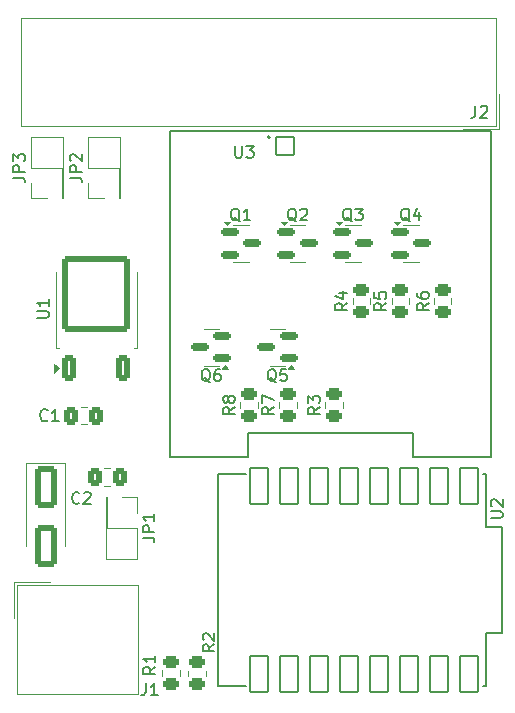
<source format=gto>
G04 #@! TF.GenerationSoftware,KiCad,Pcbnew,9.0.0*
G04 #@! TF.CreationDate,2025-03-14T10:33:54+00:00*
G04 #@! TF.ProjectId,paxtogeddon-pcb,70617874-6f67-4656-9464-6f6e2d706362,rev?*
G04 #@! TF.SameCoordinates,Original*
G04 #@! TF.FileFunction,Legend,Top*
G04 #@! TF.FilePolarity,Positive*
%FSLAX46Y46*%
G04 Gerber Fmt 4.6, Leading zero omitted, Abs format (unit mm)*
G04 Created by KiCad (PCBNEW 9.0.0) date 2025-03-14 10:33:54*
%MOMM*%
%LPD*%
G01*
G04 APERTURE LIST*
G04 Aperture macros list*
%AMRoundRect*
0 Rectangle with rounded corners*
0 $1 Rounding radius*
0 $2 $3 $4 $5 $6 $7 $8 $9 X,Y pos of 4 corners*
0 Add a 4 corners polygon primitive as box body*
4,1,4,$2,$3,$4,$5,$6,$7,$8,$9,$2,$3,0*
0 Add four circle primitives for the rounded corners*
1,1,$1+$1,$2,$3*
1,1,$1+$1,$4,$5*
1,1,$1+$1,$6,$7*
1,1,$1+$1,$8,$9*
0 Add four rect primitives between the rounded corners*
20,1,$1+$1,$2,$3,$4,$5,0*
20,1,$1+$1,$4,$5,$6,$7,0*
20,1,$1+$1,$6,$7,$8,$9,0*
20,1,$1+$1,$8,$9,$2,$3,0*%
G04 Aperture macros list end*
%ADD10C,0.150000*%
%ADD11C,0.120000*%
%ADD12C,0.127000*%
%ADD13C,0.200000*%
%ADD14R,3.000000X3.000000*%
%ADD15C,3.000000*%
%ADD16RoundRect,0.250000X0.350000X-0.850000X0.350000X0.850000X-0.350000X0.850000X-0.350000X-0.850000X0*%
%ADD17RoundRect,0.249997X2.650003X-2.950003X2.650003X2.950003X-2.650003X2.950003X-2.650003X-2.950003X0*%
%ADD18RoundRect,0.102000X-0.754000X-0.754000X0.754000X-0.754000X0.754000X0.754000X-0.754000X0.754000X0*%
%ADD19C,1.712000*%
%ADD20C,3.204000*%
%ADD21RoundRect,0.250000X-0.650000X1.500000X-0.650000X-1.500000X0.650000X-1.500000X0.650000X1.500000X0*%
%ADD22O,1.700000X1.700000*%
%ADD23R,1.700000X1.700000*%
%ADD24RoundRect,0.250000X0.450000X-0.262500X0.450000X0.262500X-0.450000X0.262500X-0.450000X-0.262500X0*%
%ADD25RoundRect,0.250000X-0.450000X0.262500X-0.450000X-0.262500X0.450000X-0.262500X0.450000X0.262500X0*%
%ADD26RoundRect,0.150000X0.587500X0.150000X-0.587500X0.150000X-0.587500X-0.150000X0.587500X-0.150000X0*%
%ADD27RoundRect,0.150000X-0.587500X-0.150000X0.587500X-0.150000X0.587500X0.150000X-0.587500X0.150000X0*%
%ADD28RoundRect,0.250000X-0.337500X-0.475000X0.337500X-0.475000X0.337500X0.475000X-0.337500X0.475000X0*%
%ADD29RoundRect,0.250000X0.337500X0.475000X-0.337500X0.475000X-0.337500X-0.475000X0.337500X-0.475000X0*%
%ADD30RoundRect,0.102000X-0.762000X1.512500X-0.762000X-1.512500X0.762000X-1.512500X0.762000X1.512500X0*%
G04 APERTURE END LIST*
D10*
X71766666Y-29854819D02*
X71766666Y-30569104D01*
X71766666Y-30569104D02*
X71719047Y-30711961D01*
X71719047Y-30711961D02*
X71623809Y-30807200D01*
X71623809Y-30807200D02*
X71480952Y-30854819D01*
X71480952Y-30854819D02*
X71385714Y-30854819D01*
X72195238Y-29950057D02*
X72242857Y-29902438D01*
X72242857Y-29902438D02*
X72338095Y-29854819D01*
X72338095Y-29854819D02*
X72576190Y-29854819D01*
X72576190Y-29854819D02*
X72671428Y-29902438D01*
X72671428Y-29902438D02*
X72719047Y-29950057D01*
X72719047Y-29950057D02*
X72766666Y-30045295D01*
X72766666Y-30045295D02*
X72766666Y-30140533D01*
X72766666Y-30140533D02*
X72719047Y-30283390D01*
X72719047Y-30283390D02*
X72147619Y-30854819D01*
X72147619Y-30854819D02*
X72766666Y-30854819D01*
X43866666Y-78754819D02*
X43866666Y-79469104D01*
X43866666Y-79469104D02*
X43819047Y-79611961D01*
X43819047Y-79611961D02*
X43723809Y-79707200D01*
X43723809Y-79707200D02*
X43580952Y-79754819D01*
X43580952Y-79754819D02*
X43485714Y-79754819D01*
X44866666Y-79754819D02*
X44295238Y-79754819D01*
X44580952Y-79754819D02*
X44580952Y-78754819D01*
X44580952Y-78754819D02*
X44485714Y-78897676D01*
X44485714Y-78897676D02*
X44390476Y-78992914D01*
X44390476Y-78992914D02*
X44295238Y-79040533D01*
X34627319Y-47821904D02*
X35436842Y-47821904D01*
X35436842Y-47821904D02*
X35532080Y-47774285D01*
X35532080Y-47774285D02*
X35579700Y-47726666D01*
X35579700Y-47726666D02*
X35627319Y-47631428D01*
X35627319Y-47631428D02*
X35627319Y-47440952D01*
X35627319Y-47440952D02*
X35579700Y-47345714D01*
X35579700Y-47345714D02*
X35532080Y-47298095D01*
X35532080Y-47298095D02*
X35436842Y-47250476D01*
X35436842Y-47250476D02*
X34627319Y-47250476D01*
X35627319Y-46250476D02*
X35627319Y-46821904D01*
X35627319Y-46536190D02*
X34627319Y-46536190D01*
X34627319Y-46536190D02*
X34770176Y-46631428D01*
X34770176Y-46631428D02*
X34865414Y-46726666D01*
X34865414Y-46726666D02*
X34913033Y-46821904D01*
X51408095Y-33254819D02*
X51408095Y-34064342D01*
X51408095Y-34064342D02*
X51455714Y-34159580D01*
X51455714Y-34159580D02*
X51503333Y-34207200D01*
X51503333Y-34207200D02*
X51598571Y-34254819D01*
X51598571Y-34254819D02*
X51789047Y-34254819D01*
X51789047Y-34254819D02*
X51884285Y-34207200D01*
X51884285Y-34207200D02*
X51931904Y-34159580D01*
X51931904Y-34159580D02*
X51979523Y-34064342D01*
X51979523Y-34064342D02*
X51979523Y-33254819D01*
X52360476Y-33254819D02*
X52979523Y-33254819D01*
X52979523Y-33254819D02*
X52646190Y-33635771D01*
X52646190Y-33635771D02*
X52789047Y-33635771D01*
X52789047Y-33635771D02*
X52884285Y-33683390D01*
X52884285Y-33683390D02*
X52931904Y-33731009D01*
X52931904Y-33731009D02*
X52979523Y-33826247D01*
X52979523Y-33826247D02*
X52979523Y-34064342D01*
X52979523Y-34064342D02*
X52931904Y-34159580D01*
X52931904Y-34159580D02*
X52884285Y-34207200D01*
X52884285Y-34207200D02*
X52789047Y-34254819D01*
X52789047Y-34254819D02*
X52503333Y-34254819D01*
X52503333Y-34254819D02*
X52408095Y-34207200D01*
X52408095Y-34207200D02*
X52360476Y-34159580D01*
X43584819Y-66428333D02*
X44299104Y-66428333D01*
X44299104Y-66428333D02*
X44441961Y-66475952D01*
X44441961Y-66475952D02*
X44537200Y-66571190D01*
X44537200Y-66571190D02*
X44584819Y-66714047D01*
X44584819Y-66714047D02*
X44584819Y-66809285D01*
X44584819Y-65952142D02*
X43584819Y-65952142D01*
X43584819Y-65952142D02*
X43584819Y-65571190D01*
X43584819Y-65571190D02*
X43632438Y-65475952D01*
X43632438Y-65475952D02*
X43680057Y-65428333D01*
X43680057Y-65428333D02*
X43775295Y-65380714D01*
X43775295Y-65380714D02*
X43918152Y-65380714D01*
X43918152Y-65380714D02*
X44013390Y-65428333D01*
X44013390Y-65428333D02*
X44061009Y-65475952D01*
X44061009Y-65475952D02*
X44108628Y-65571190D01*
X44108628Y-65571190D02*
X44108628Y-65952142D01*
X44584819Y-64428333D02*
X44584819Y-64999761D01*
X44584819Y-64714047D02*
X43584819Y-64714047D01*
X43584819Y-64714047D02*
X43727676Y-64809285D01*
X43727676Y-64809285D02*
X43822914Y-64904523D01*
X43822914Y-64904523D02*
X43870533Y-64999761D01*
X67804819Y-46566666D02*
X67328628Y-46899999D01*
X67804819Y-47138094D02*
X66804819Y-47138094D01*
X66804819Y-47138094D02*
X66804819Y-46757142D01*
X66804819Y-46757142D02*
X66852438Y-46661904D01*
X66852438Y-46661904D02*
X66900057Y-46614285D01*
X66900057Y-46614285D02*
X66995295Y-46566666D01*
X66995295Y-46566666D02*
X67138152Y-46566666D01*
X67138152Y-46566666D02*
X67233390Y-46614285D01*
X67233390Y-46614285D02*
X67281009Y-46661904D01*
X67281009Y-46661904D02*
X67328628Y-46757142D01*
X67328628Y-46757142D02*
X67328628Y-47138094D01*
X66804819Y-45709523D02*
X66804819Y-45899999D01*
X66804819Y-45899999D02*
X66852438Y-45995237D01*
X66852438Y-45995237D02*
X66900057Y-46042856D01*
X66900057Y-46042856D02*
X67042914Y-46138094D01*
X67042914Y-46138094D02*
X67233390Y-46185713D01*
X67233390Y-46185713D02*
X67614342Y-46185713D01*
X67614342Y-46185713D02*
X67709580Y-46138094D01*
X67709580Y-46138094D02*
X67757200Y-46090475D01*
X67757200Y-46090475D02*
X67804819Y-45995237D01*
X67804819Y-45995237D02*
X67804819Y-45804761D01*
X67804819Y-45804761D02*
X67757200Y-45709523D01*
X67757200Y-45709523D02*
X67709580Y-45661904D01*
X67709580Y-45661904D02*
X67614342Y-45614285D01*
X67614342Y-45614285D02*
X67376247Y-45614285D01*
X67376247Y-45614285D02*
X67281009Y-45661904D01*
X67281009Y-45661904D02*
X67233390Y-45709523D01*
X67233390Y-45709523D02*
X67185771Y-45804761D01*
X67185771Y-45804761D02*
X67185771Y-45995237D01*
X67185771Y-45995237D02*
X67233390Y-46090475D01*
X67233390Y-46090475D02*
X67281009Y-46138094D01*
X67281009Y-46138094D02*
X67376247Y-46185713D01*
X64204819Y-46566666D02*
X63728628Y-46899999D01*
X64204819Y-47138094D02*
X63204819Y-47138094D01*
X63204819Y-47138094D02*
X63204819Y-46757142D01*
X63204819Y-46757142D02*
X63252438Y-46661904D01*
X63252438Y-46661904D02*
X63300057Y-46614285D01*
X63300057Y-46614285D02*
X63395295Y-46566666D01*
X63395295Y-46566666D02*
X63538152Y-46566666D01*
X63538152Y-46566666D02*
X63633390Y-46614285D01*
X63633390Y-46614285D02*
X63681009Y-46661904D01*
X63681009Y-46661904D02*
X63728628Y-46757142D01*
X63728628Y-46757142D02*
X63728628Y-47138094D01*
X63204819Y-45661904D02*
X63204819Y-46138094D01*
X63204819Y-46138094D02*
X63681009Y-46185713D01*
X63681009Y-46185713D02*
X63633390Y-46138094D01*
X63633390Y-46138094D02*
X63585771Y-46042856D01*
X63585771Y-46042856D02*
X63585771Y-45804761D01*
X63585771Y-45804761D02*
X63633390Y-45709523D01*
X63633390Y-45709523D02*
X63681009Y-45661904D01*
X63681009Y-45661904D02*
X63776247Y-45614285D01*
X63776247Y-45614285D02*
X64014342Y-45614285D01*
X64014342Y-45614285D02*
X64109580Y-45661904D01*
X64109580Y-45661904D02*
X64157200Y-45709523D01*
X64157200Y-45709523D02*
X64204819Y-45804761D01*
X64204819Y-45804761D02*
X64204819Y-46042856D01*
X64204819Y-46042856D02*
X64157200Y-46138094D01*
X64157200Y-46138094D02*
X64109580Y-46185713D01*
X60904819Y-46566666D02*
X60428628Y-46899999D01*
X60904819Y-47138094D02*
X59904819Y-47138094D01*
X59904819Y-47138094D02*
X59904819Y-46757142D01*
X59904819Y-46757142D02*
X59952438Y-46661904D01*
X59952438Y-46661904D02*
X60000057Y-46614285D01*
X60000057Y-46614285D02*
X60095295Y-46566666D01*
X60095295Y-46566666D02*
X60238152Y-46566666D01*
X60238152Y-46566666D02*
X60333390Y-46614285D01*
X60333390Y-46614285D02*
X60381009Y-46661904D01*
X60381009Y-46661904D02*
X60428628Y-46757142D01*
X60428628Y-46757142D02*
X60428628Y-47138094D01*
X60238152Y-45709523D02*
X60904819Y-45709523D01*
X59857200Y-45947618D02*
X60571485Y-46185713D01*
X60571485Y-46185713D02*
X60571485Y-45566666D01*
X58604819Y-55366666D02*
X58128628Y-55699999D01*
X58604819Y-55938094D02*
X57604819Y-55938094D01*
X57604819Y-55938094D02*
X57604819Y-55557142D01*
X57604819Y-55557142D02*
X57652438Y-55461904D01*
X57652438Y-55461904D02*
X57700057Y-55414285D01*
X57700057Y-55414285D02*
X57795295Y-55366666D01*
X57795295Y-55366666D02*
X57938152Y-55366666D01*
X57938152Y-55366666D02*
X58033390Y-55414285D01*
X58033390Y-55414285D02*
X58081009Y-55461904D01*
X58081009Y-55461904D02*
X58128628Y-55557142D01*
X58128628Y-55557142D02*
X58128628Y-55938094D01*
X57604819Y-55033332D02*
X57604819Y-54414285D01*
X57604819Y-54414285D02*
X57985771Y-54747618D01*
X57985771Y-54747618D02*
X57985771Y-54604761D01*
X57985771Y-54604761D02*
X58033390Y-54509523D01*
X58033390Y-54509523D02*
X58081009Y-54461904D01*
X58081009Y-54461904D02*
X58176247Y-54414285D01*
X58176247Y-54414285D02*
X58414342Y-54414285D01*
X58414342Y-54414285D02*
X58509580Y-54461904D01*
X58509580Y-54461904D02*
X58557200Y-54509523D01*
X58557200Y-54509523D02*
X58604819Y-54604761D01*
X58604819Y-54604761D02*
X58604819Y-54890475D01*
X58604819Y-54890475D02*
X58557200Y-54985713D01*
X58557200Y-54985713D02*
X58509580Y-55033332D01*
X37424819Y-35938333D02*
X38139104Y-35938333D01*
X38139104Y-35938333D02*
X38281961Y-35985952D01*
X38281961Y-35985952D02*
X38377200Y-36081190D01*
X38377200Y-36081190D02*
X38424819Y-36224047D01*
X38424819Y-36224047D02*
X38424819Y-36319285D01*
X38424819Y-35462142D02*
X37424819Y-35462142D01*
X37424819Y-35462142D02*
X37424819Y-35081190D01*
X37424819Y-35081190D02*
X37472438Y-34985952D01*
X37472438Y-34985952D02*
X37520057Y-34938333D01*
X37520057Y-34938333D02*
X37615295Y-34890714D01*
X37615295Y-34890714D02*
X37758152Y-34890714D01*
X37758152Y-34890714D02*
X37853390Y-34938333D01*
X37853390Y-34938333D02*
X37901009Y-34985952D01*
X37901009Y-34985952D02*
X37948628Y-35081190D01*
X37948628Y-35081190D02*
X37948628Y-35462142D01*
X37520057Y-34509761D02*
X37472438Y-34462142D01*
X37472438Y-34462142D02*
X37424819Y-34366904D01*
X37424819Y-34366904D02*
X37424819Y-34128809D01*
X37424819Y-34128809D02*
X37472438Y-34033571D01*
X37472438Y-34033571D02*
X37520057Y-33985952D01*
X37520057Y-33985952D02*
X37615295Y-33938333D01*
X37615295Y-33938333D02*
X37710533Y-33938333D01*
X37710533Y-33938333D02*
X37853390Y-33985952D01*
X37853390Y-33985952D02*
X38424819Y-34557380D01*
X38424819Y-34557380D02*
X38424819Y-33938333D01*
X49654819Y-75466666D02*
X49178628Y-75799999D01*
X49654819Y-76038094D02*
X48654819Y-76038094D01*
X48654819Y-76038094D02*
X48654819Y-75657142D01*
X48654819Y-75657142D02*
X48702438Y-75561904D01*
X48702438Y-75561904D02*
X48750057Y-75514285D01*
X48750057Y-75514285D02*
X48845295Y-75466666D01*
X48845295Y-75466666D02*
X48988152Y-75466666D01*
X48988152Y-75466666D02*
X49083390Y-75514285D01*
X49083390Y-75514285D02*
X49131009Y-75561904D01*
X49131009Y-75561904D02*
X49178628Y-75657142D01*
X49178628Y-75657142D02*
X49178628Y-76038094D01*
X48750057Y-75085713D02*
X48702438Y-75038094D01*
X48702438Y-75038094D02*
X48654819Y-74942856D01*
X48654819Y-74942856D02*
X48654819Y-74704761D01*
X48654819Y-74704761D02*
X48702438Y-74609523D01*
X48702438Y-74609523D02*
X48750057Y-74561904D01*
X48750057Y-74561904D02*
X48845295Y-74514285D01*
X48845295Y-74514285D02*
X48940533Y-74514285D01*
X48940533Y-74514285D02*
X49083390Y-74561904D01*
X49083390Y-74561904D02*
X49654819Y-75133332D01*
X49654819Y-75133332D02*
X49654819Y-74514285D01*
X54904761Y-53250057D02*
X54809523Y-53202438D01*
X54809523Y-53202438D02*
X54714285Y-53107200D01*
X54714285Y-53107200D02*
X54571428Y-52964342D01*
X54571428Y-52964342D02*
X54476190Y-52916723D01*
X54476190Y-52916723D02*
X54380952Y-52916723D01*
X54428571Y-53154819D02*
X54333333Y-53107200D01*
X54333333Y-53107200D02*
X54238095Y-53011961D01*
X54238095Y-53011961D02*
X54190476Y-52821485D01*
X54190476Y-52821485D02*
X54190476Y-52488152D01*
X54190476Y-52488152D02*
X54238095Y-52297676D01*
X54238095Y-52297676D02*
X54333333Y-52202438D01*
X54333333Y-52202438D02*
X54428571Y-52154819D01*
X54428571Y-52154819D02*
X54619047Y-52154819D01*
X54619047Y-52154819D02*
X54714285Y-52202438D01*
X54714285Y-52202438D02*
X54809523Y-52297676D01*
X54809523Y-52297676D02*
X54857142Y-52488152D01*
X54857142Y-52488152D02*
X54857142Y-52821485D01*
X54857142Y-52821485D02*
X54809523Y-53011961D01*
X54809523Y-53011961D02*
X54714285Y-53107200D01*
X54714285Y-53107200D02*
X54619047Y-53154819D01*
X54619047Y-53154819D02*
X54428571Y-53154819D01*
X55761904Y-52154819D02*
X55285714Y-52154819D01*
X55285714Y-52154819D02*
X55238095Y-52631009D01*
X55238095Y-52631009D02*
X55285714Y-52583390D01*
X55285714Y-52583390D02*
X55380952Y-52535771D01*
X55380952Y-52535771D02*
X55619047Y-52535771D01*
X55619047Y-52535771D02*
X55714285Y-52583390D01*
X55714285Y-52583390D02*
X55761904Y-52631009D01*
X55761904Y-52631009D02*
X55809523Y-52726247D01*
X55809523Y-52726247D02*
X55809523Y-52964342D01*
X55809523Y-52964342D02*
X55761904Y-53059580D01*
X55761904Y-53059580D02*
X55714285Y-53107200D01*
X55714285Y-53107200D02*
X55619047Y-53154819D01*
X55619047Y-53154819D02*
X55380952Y-53154819D01*
X55380952Y-53154819D02*
X55285714Y-53107200D01*
X55285714Y-53107200D02*
X55238095Y-53059580D01*
X51804761Y-39650057D02*
X51709523Y-39602438D01*
X51709523Y-39602438D02*
X51614285Y-39507200D01*
X51614285Y-39507200D02*
X51471428Y-39364342D01*
X51471428Y-39364342D02*
X51376190Y-39316723D01*
X51376190Y-39316723D02*
X51280952Y-39316723D01*
X51328571Y-39554819D02*
X51233333Y-39507200D01*
X51233333Y-39507200D02*
X51138095Y-39411961D01*
X51138095Y-39411961D02*
X51090476Y-39221485D01*
X51090476Y-39221485D02*
X51090476Y-38888152D01*
X51090476Y-38888152D02*
X51138095Y-38697676D01*
X51138095Y-38697676D02*
X51233333Y-38602438D01*
X51233333Y-38602438D02*
X51328571Y-38554819D01*
X51328571Y-38554819D02*
X51519047Y-38554819D01*
X51519047Y-38554819D02*
X51614285Y-38602438D01*
X51614285Y-38602438D02*
X51709523Y-38697676D01*
X51709523Y-38697676D02*
X51757142Y-38888152D01*
X51757142Y-38888152D02*
X51757142Y-39221485D01*
X51757142Y-39221485D02*
X51709523Y-39411961D01*
X51709523Y-39411961D02*
X51614285Y-39507200D01*
X51614285Y-39507200D02*
X51519047Y-39554819D01*
X51519047Y-39554819D02*
X51328571Y-39554819D01*
X52709523Y-39554819D02*
X52138095Y-39554819D01*
X52423809Y-39554819D02*
X52423809Y-38554819D01*
X52423809Y-38554819D02*
X52328571Y-38697676D01*
X52328571Y-38697676D02*
X52233333Y-38792914D01*
X52233333Y-38792914D02*
X52138095Y-38840533D01*
X66204761Y-39650057D02*
X66109523Y-39602438D01*
X66109523Y-39602438D02*
X66014285Y-39507200D01*
X66014285Y-39507200D02*
X65871428Y-39364342D01*
X65871428Y-39364342D02*
X65776190Y-39316723D01*
X65776190Y-39316723D02*
X65680952Y-39316723D01*
X65728571Y-39554819D02*
X65633333Y-39507200D01*
X65633333Y-39507200D02*
X65538095Y-39411961D01*
X65538095Y-39411961D02*
X65490476Y-39221485D01*
X65490476Y-39221485D02*
X65490476Y-38888152D01*
X65490476Y-38888152D02*
X65538095Y-38697676D01*
X65538095Y-38697676D02*
X65633333Y-38602438D01*
X65633333Y-38602438D02*
X65728571Y-38554819D01*
X65728571Y-38554819D02*
X65919047Y-38554819D01*
X65919047Y-38554819D02*
X66014285Y-38602438D01*
X66014285Y-38602438D02*
X66109523Y-38697676D01*
X66109523Y-38697676D02*
X66157142Y-38888152D01*
X66157142Y-38888152D02*
X66157142Y-39221485D01*
X66157142Y-39221485D02*
X66109523Y-39411961D01*
X66109523Y-39411961D02*
X66014285Y-39507200D01*
X66014285Y-39507200D02*
X65919047Y-39554819D01*
X65919047Y-39554819D02*
X65728571Y-39554819D01*
X67014285Y-38888152D02*
X67014285Y-39554819D01*
X66776190Y-38507200D02*
X66538095Y-39221485D01*
X66538095Y-39221485D02*
X67157142Y-39221485D01*
X49304761Y-53250057D02*
X49209523Y-53202438D01*
X49209523Y-53202438D02*
X49114285Y-53107200D01*
X49114285Y-53107200D02*
X48971428Y-52964342D01*
X48971428Y-52964342D02*
X48876190Y-52916723D01*
X48876190Y-52916723D02*
X48780952Y-52916723D01*
X48828571Y-53154819D02*
X48733333Y-53107200D01*
X48733333Y-53107200D02*
X48638095Y-53011961D01*
X48638095Y-53011961D02*
X48590476Y-52821485D01*
X48590476Y-52821485D02*
X48590476Y-52488152D01*
X48590476Y-52488152D02*
X48638095Y-52297676D01*
X48638095Y-52297676D02*
X48733333Y-52202438D01*
X48733333Y-52202438D02*
X48828571Y-52154819D01*
X48828571Y-52154819D02*
X49019047Y-52154819D01*
X49019047Y-52154819D02*
X49114285Y-52202438D01*
X49114285Y-52202438D02*
X49209523Y-52297676D01*
X49209523Y-52297676D02*
X49257142Y-52488152D01*
X49257142Y-52488152D02*
X49257142Y-52821485D01*
X49257142Y-52821485D02*
X49209523Y-53011961D01*
X49209523Y-53011961D02*
X49114285Y-53107200D01*
X49114285Y-53107200D02*
X49019047Y-53154819D01*
X49019047Y-53154819D02*
X48828571Y-53154819D01*
X50114285Y-52154819D02*
X49923809Y-52154819D01*
X49923809Y-52154819D02*
X49828571Y-52202438D01*
X49828571Y-52202438D02*
X49780952Y-52250057D01*
X49780952Y-52250057D02*
X49685714Y-52392914D01*
X49685714Y-52392914D02*
X49638095Y-52583390D01*
X49638095Y-52583390D02*
X49638095Y-52964342D01*
X49638095Y-52964342D02*
X49685714Y-53059580D01*
X49685714Y-53059580D02*
X49733333Y-53107200D01*
X49733333Y-53107200D02*
X49828571Y-53154819D01*
X49828571Y-53154819D02*
X50019047Y-53154819D01*
X50019047Y-53154819D02*
X50114285Y-53107200D01*
X50114285Y-53107200D02*
X50161904Y-53059580D01*
X50161904Y-53059580D02*
X50209523Y-52964342D01*
X50209523Y-52964342D02*
X50209523Y-52726247D01*
X50209523Y-52726247D02*
X50161904Y-52631009D01*
X50161904Y-52631009D02*
X50114285Y-52583390D01*
X50114285Y-52583390D02*
X50019047Y-52535771D01*
X50019047Y-52535771D02*
X49828571Y-52535771D01*
X49828571Y-52535771D02*
X49733333Y-52583390D01*
X49733333Y-52583390D02*
X49685714Y-52631009D01*
X49685714Y-52631009D02*
X49638095Y-52726247D01*
X32624819Y-35938333D02*
X33339104Y-35938333D01*
X33339104Y-35938333D02*
X33481961Y-35985952D01*
X33481961Y-35985952D02*
X33577200Y-36081190D01*
X33577200Y-36081190D02*
X33624819Y-36224047D01*
X33624819Y-36224047D02*
X33624819Y-36319285D01*
X33624819Y-35462142D02*
X32624819Y-35462142D01*
X32624819Y-35462142D02*
X32624819Y-35081190D01*
X32624819Y-35081190D02*
X32672438Y-34985952D01*
X32672438Y-34985952D02*
X32720057Y-34938333D01*
X32720057Y-34938333D02*
X32815295Y-34890714D01*
X32815295Y-34890714D02*
X32958152Y-34890714D01*
X32958152Y-34890714D02*
X33053390Y-34938333D01*
X33053390Y-34938333D02*
X33101009Y-34985952D01*
X33101009Y-34985952D02*
X33148628Y-35081190D01*
X33148628Y-35081190D02*
X33148628Y-35462142D01*
X32624819Y-34557380D02*
X32624819Y-33938333D01*
X32624819Y-33938333D02*
X33005771Y-34271666D01*
X33005771Y-34271666D02*
X33005771Y-34128809D01*
X33005771Y-34128809D02*
X33053390Y-34033571D01*
X33053390Y-34033571D02*
X33101009Y-33985952D01*
X33101009Y-33985952D02*
X33196247Y-33938333D01*
X33196247Y-33938333D02*
X33434342Y-33938333D01*
X33434342Y-33938333D02*
X33529580Y-33985952D01*
X33529580Y-33985952D02*
X33577200Y-34033571D01*
X33577200Y-34033571D02*
X33624819Y-34128809D01*
X33624819Y-34128809D02*
X33624819Y-34414523D01*
X33624819Y-34414523D02*
X33577200Y-34509761D01*
X33577200Y-34509761D02*
X33529580Y-34557380D01*
X56604761Y-39650057D02*
X56509523Y-39602438D01*
X56509523Y-39602438D02*
X56414285Y-39507200D01*
X56414285Y-39507200D02*
X56271428Y-39364342D01*
X56271428Y-39364342D02*
X56176190Y-39316723D01*
X56176190Y-39316723D02*
X56080952Y-39316723D01*
X56128571Y-39554819D02*
X56033333Y-39507200D01*
X56033333Y-39507200D02*
X55938095Y-39411961D01*
X55938095Y-39411961D02*
X55890476Y-39221485D01*
X55890476Y-39221485D02*
X55890476Y-38888152D01*
X55890476Y-38888152D02*
X55938095Y-38697676D01*
X55938095Y-38697676D02*
X56033333Y-38602438D01*
X56033333Y-38602438D02*
X56128571Y-38554819D01*
X56128571Y-38554819D02*
X56319047Y-38554819D01*
X56319047Y-38554819D02*
X56414285Y-38602438D01*
X56414285Y-38602438D02*
X56509523Y-38697676D01*
X56509523Y-38697676D02*
X56557142Y-38888152D01*
X56557142Y-38888152D02*
X56557142Y-39221485D01*
X56557142Y-39221485D02*
X56509523Y-39411961D01*
X56509523Y-39411961D02*
X56414285Y-39507200D01*
X56414285Y-39507200D02*
X56319047Y-39554819D01*
X56319047Y-39554819D02*
X56128571Y-39554819D01*
X56938095Y-38650057D02*
X56985714Y-38602438D01*
X56985714Y-38602438D02*
X57080952Y-38554819D01*
X57080952Y-38554819D02*
X57319047Y-38554819D01*
X57319047Y-38554819D02*
X57414285Y-38602438D01*
X57414285Y-38602438D02*
X57461904Y-38650057D01*
X57461904Y-38650057D02*
X57509523Y-38745295D01*
X57509523Y-38745295D02*
X57509523Y-38840533D01*
X57509523Y-38840533D02*
X57461904Y-38983390D01*
X57461904Y-38983390D02*
X56890476Y-39554819D01*
X56890476Y-39554819D02*
X57509523Y-39554819D01*
X51404819Y-55366666D02*
X50928628Y-55699999D01*
X51404819Y-55938094D02*
X50404819Y-55938094D01*
X50404819Y-55938094D02*
X50404819Y-55557142D01*
X50404819Y-55557142D02*
X50452438Y-55461904D01*
X50452438Y-55461904D02*
X50500057Y-55414285D01*
X50500057Y-55414285D02*
X50595295Y-55366666D01*
X50595295Y-55366666D02*
X50738152Y-55366666D01*
X50738152Y-55366666D02*
X50833390Y-55414285D01*
X50833390Y-55414285D02*
X50881009Y-55461904D01*
X50881009Y-55461904D02*
X50928628Y-55557142D01*
X50928628Y-55557142D02*
X50928628Y-55938094D01*
X50833390Y-54795237D02*
X50785771Y-54890475D01*
X50785771Y-54890475D02*
X50738152Y-54938094D01*
X50738152Y-54938094D02*
X50642914Y-54985713D01*
X50642914Y-54985713D02*
X50595295Y-54985713D01*
X50595295Y-54985713D02*
X50500057Y-54938094D01*
X50500057Y-54938094D02*
X50452438Y-54890475D01*
X50452438Y-54890475D02*
X50404819Y-54795237D01*
X50404819Y-54795237D02*
X50404819Y-54604761D01*
X50404819Y-54604761D02*
X50452438Y-54509523D01*
X50452438Y-54509523D02*
X50500057Y-54461904D01*
X50500057Y-54461904D02*
X50595295Y-54414285D01*
X50595295Y-54414285D02*
X50642914Y-54414285D01*
X50642914Y-54414285D02*
X50738152Y-54461904D01*
X50738152Y-54461904D02*
X50785771Y-54509523D01*
X50785771Y-54509523D02*
X50833390Y-54604761D01*
X50833390Y-54604761D02*
X50833390Y-54795237D01*
X50833390Y-54795237D02*
X50881009Y-54890475D01*
X50881009Y-54890475D02*
X50928628Y-54938094D01*
X50928628Y-54938094D02*
X51023866Y-54985713D01*
X51023866Y-54985713D02*
X51214342Y-54985713D01*
X51214342Y-54985713D02*
X51309580Y-54938094D01*
X51309580Y-54938094D02*
X51357200Y-54890475D01*
X51357200Y-54890475D02*
X51404819Y-54795237D01*
X51404819Y-54795237D02*
X51404819Y-54604761D01*
X51404819Y-54604761D02*
X51357200Y-54509523D01*
X51357200Y-54509523D02*
X51309580Y-54461904D01*
X51309580Y-54461904D02*
X51214342Y-54414285D01*
X51214342Y-54414285D02*
X51023866Y-54414285D01*
X51023866Y-54414285D02*
X50928628Y-54461904D01*
X50928628Y-54461904D02*
X50881009Y-54509523D01*
X50881009Y-54509523D02*
X50833390Y-54604761D01*
X61304761Y-39650057D02*
X61209523Y-39602438D01*
X61209523Y-39602438D02*
X61114285Y-39507200D01*
X61114285Y-39507200D02*
X60971428Y-39364342D01*
X60971428Y-39364342D02*
X60876190Y-39316723D01*
X60876190Y-39316723D02*
X60780952Y-39316723D01*
X60828571Y-39554819D02*
X60733333Y-39507200D01*
X60733333Y-39507200D02*
X60638095Y-39411961D01*
X60638095Y-39411961D02*
X60590476Y-39221485D01*
X60590476Y-39221485D02*
X60590476Y-38888152D01*
X60590476Y-38888152D02*
X60638095Y-38697676D01*
X60638095Y-38697676D02*
X60733333Y-38602438D01*
X60733333Y-38602438D02*
X60828571Y-38554819D01*
X60828571Y-38554819D02*
X61019047Y-38554819D01*
X61019047Y-38554819D02*
X61114285Y-38602438D01*
X61114285Y-38602438D02*
X61209523Y-38697676D01*
X61209523Y-38697676D02*
X61257142Y-38888152D01*
X61257142Y-38888152D02*
X61257142Y-39221485D01*
X61257142Y-39221485D02*
X61209523Y-39411961D01*
X61209523Y-39411961D02*
X61114285Y-39507200D01*
X61114285Y-39507200D02*
X61019047Y-39554819D01*
X61019047Y-39554819D02*
X60828571Y-39554819D01*
X61590476Y-38554819D02*
X62209523Y-38554819D01*
X62209523Y-38554819D02*
X61876190Y-38935771D01*
X61876190Y-38935771D02*
X62019047Y-38935771D01*
X62019047Y-38935771D02*
X62114285Y-38983390D01*
X62114285Y-38983390D02*
X62161904Y-39031009D01*
X62161904Y-39031009D02*
X62209523Y-39126247D01*
X62209523Y-39126247D02*
X62209523Y-39364342D01*
X62209523Y-39364342D02*
X62161904Y-39459580D01*
X62161904Y-39459580D02*
X62114285Y-39507200D01*
X62114285Y-39507200D02*
X62019047Y-39554819D01*
X62019047Y-39554819D02*
X61733333Y-39554819D01*
X61733333Y-39554819D02*
X61638095Y-39507200D01*
X61638095Y-39507200D02*
X61590476Y-39459580D01*
X44654819Y-77366666D02*
X44178628Y-77699999D01*
X44654819Y-77938094D02*
X43654819Y-77938094D01*
X43654819Y-77938094D02*
X43654819Y-77557142D01*
X43654819Y-77557142D02*
X43702438Y-77461904D01*
X43702438Y-77461904D02*
X43750057Y-77414285D01*
X43750057Y-77414285D02*
X43845295Y-77366666D01*
X43845295Y-77366666D02*
X43988152Y-77366666D01*
X43988152Y-77366666D02*
X44083390Y-77414285D01*
X44083390Y-77414285D02*
X44131009Y-77461904D01*
X44131009Y-77461904D02*
X44178628Y-77557142D01*
X44178628Y-77557142D02*
X44178628Y-77938094D01*
X44654819Y-76414285D02*
X44654819Y-76985713D01*
X44654819Y-76699999D02*
X43654819Y-76699999D01*
X43654819Y-76699999D02*
X43797676Y-76795237D01*
X43797676Y-76795237D02*
X43892914Y-76890475D01*
X43892914Y-76890475D02*
X43940533Y-76985713D01*
X54704819Y-55366666D02*
X54228628Y-55699999D01*
X54704819Y-55938094D02*
X53704819Y-55938094D01*
X53704819Y-55938094D02*
X53704819Y-55557142D01*
X53704819Y-55557142D02*
X53752438Y-55461904D01*
X53752438Y-55461904D02*
X53800057Y-55414285D01*
X53800057Y-55414285D02*
X53895295Y-55366666D01*
X53895295Y-55366666D02*
X54038152Y-55366666D01*
X54038152Y-55366666D02*
X54133390Y-55414285D01*
X54133390Y-55414285D02*
X54181009Y-55461904D01*
X54181009Y-55461904D02*
X54228628Y-55557142D01*
X54228628Y-55557142D02*
X54228628Y-55938094D01*
X53704819Y-55033332D02*
X53704819Y-54366666D01*
X53704819Y-54366666D02*
X54704819Y-54795237D01*
X35533333Y-56459580D02*
X35485714Y-56507200D01*
X35485714Y-56507200D02*
X35342857Y-56554819D01*
X35342857Y-56554819D02*
X35247619Y-56554819D01*
X35247619Y-56554819D02*
X35104762Y-56507200D01*
X35104762Y-56507200D02*
X35009524Y-56411961D01*
X35009524Y-56411961D02*
X34961905Y-56316723D01*
X34961905Y-56316723D02*
X34914286Y-56126247D01*
X34914286Y-56126247D02*
X34914286Y-55983390D01*
X34914286Y-55983390D02*
X34961905Y-55792914D01*
X34961905Y-55792914D02*
X35009524Y-55697676D01*
X35009524Y-55697676D02*
X35104762Y-55602438D01*
X35104762Y-55602438D02*
X35247619Y-55554819D01*
X35247619Y-55554819D02*
X35342857Y-55554819D01*
X35342857Y-55554819D02*
X35485714Y-55602438D01*
X35485714Y-55602438D02*
X35533333Y-55650057D01*
X36485714Y-56554819D02*
X35914286Y-56554819D01*
X36200000Y-56554819D02*
X36200000Y-55554819D01*
X36200000Y-55554819D02*
X36104762Y-55697676D01*
X36104762Y-55697676D02*
X36009524Y-55792914D01*
X36009524Y-55792914D02*
X35914286Y-55840533D01*
X38233333Y-63459580D02*
X38185714Y-63507200D01*
X38185714Y-63507200D02*
X38042857Y-63554819D01*
X38042857Y-63554819D02*
X37947619Y-63554819D01*
X37947619Y-63554819D02*
X37804762Y-63507200D01*
X37804762Y-63507200D02*
X37709524Y-63411961D01*
X37709524Y-63411961D02*
X37661905Y-63316723D01*
X37661905Y-63316723D02*
X37614286Y-63126247D01*
X37614286Y-63126247D02*
X37614286Y-62983390D01*
X37614286Y-62983390D02*
X37661905Y-62792914D01*
X37661905Y-62792914D02*
X37709524Y-62697676D01*
X37709524Y-62697676D02*
X37804762Y-62602438D01*
X37804762Y-62602438D02*
X37947619Y-62554819D01*
X37947619Y-62554819D02*
X38042857Y-62554819D01*
X38042857Y-62554819D02*
X38185714Y-62602438D01*
X38185714Y-62602438D02*
X38233333Y-62650057D01*
X38614286Y-62650057D02*
X38661905Y-62602438D01*
X38661905Y-62602438D02*
X38757143Y-62554819D01*
X38757143Y-62554819D02*
X38995238Y-62554819D01*
X38995238Y-62554819D02*
X39090476Y-62602438D01*
X39090476Y-62602438D02*
X39138095Y-62650057D01*
X39138095Y-62650057D02*
X39185714Y-62745295D01*
X39185714Y-62745295D02*
X39185714Y-62840533D01*
X39185714Y-62840533D02*
X39138095Y-62983390D01*
X39138095Y-62983390D02*
X38566667Y-63554819D01*
X38566667Y-63554819D02*
X39185714Y-63554819D01*
X73054819Y-64761904D02*
X73864342Y-64761904D01*
X73864342Y-64761904D02*
X73959580Y-64714285D01*
X73959580Y-64714285D02*
X74007200Y-64666666D01*
X74007200Y-64666666D02*
X74054819Y-64571428D01*
X74054819Y-64571428D02*
X74054819Y-64380952D01*
X74054819Y-64380952D02*
X74007200Y-64285714D01*
X74007200Y-64285714D02*
X73959580Y-64238095D01*
X73959580Y-64238095D02*
X73864342Y-64190476D01*
X73864342Y-64190476D02*
X73054819Y-64190476D01*
X73150057Y-63761904D02*
X73102438Y-63714285D01*
X73102438Y-63714285D02*
X73054819Y-63619047D01*
X73054819Y-63619047D02*
X73054819Y-63380952D01*
X73054819Y-63380952D02*
X73102438Y-63285714D01*
X73102438Y-63285714D02*
X73150057Y-63238095D01*
X73150057Y-63238095D02*
X73245295Y-63190476D01*
X73245295Y-63190476D02*
X73340533Y-63190476D01*
X73340533Y-63190476D02*
X73483390Y-63238095D01*
X73483390Y-63238095D02*
X74054819Y-63809523D01*
X74054819Y-63809523D02*
X74054819Y-63190476D01*
D11*
X73750000Y-31850000D02*
X70750000Y-31850000D01*
X73750000Y-28850000D02*
X73750000Y-31850000D01*
X73510000Y-31610000D02*
X73510000Y-22390000D01*
X73510000Y-31610000D02*
X33290000Y-31610000D01*
X73510000Y-22390000D02*
X33290000Y-22390000D01*
X33290000Y-31610000D02*
X33290000Y-22390000D01*
X32717500Y-70217500D02*
X35717500Y-70217500D01*
X32717500Y-73217500D02*
X32717500Y-70217500D01*
X32957500Y-70457500D02*
X32957500Y-79677500D01*
X32957500Y-70457500D02*
X43177500Y-70457500D01*
X32957500Y-79677500D02*
X43177500Y-79677500D01*
X43177500Y-70457500D02*
X43177500Y-79677500D01*
X36222500Y-50370000D02*
X36492500Y-50370000D01*
X43122500Y-50370000D02*
X42852500Y-50370000D01*
X36222500Y-43950000D02*
X36222500Y-50370000D01*
X43122500Y-43950000D02*
X43122500Y-50370000D01*
X36532500Y-52100000D02*
X36062500Y-52440000D01*
X36062500Y-51760000D01*
X36532500Y-52100000D01*
G36*
X36532500Y-52100000D02*
G01*
X36062500Y-52440000D01*
X36062500Y-51760000D01*
X36532500Y-52100000D01*
G37*
D12*
X45870000Y-32000000D02*
X73070000Y-32000000D01*
X45870000Y-59600000D02*
X45870000Y-32000000D01*
X52470000Y-57600000D02*
X52470000Y-59600000D01*
X52470000Y-59600000D02*
X45870000Y-59600000D01*
X66470000Y-57600000D02*
X52470000Y-57600000D01*
X66470000Y-59600000D02*
X66470000Y-57600000D01*
X73070000Y-32000000D02*
X73070000Y-59600000D01*
X73070000Y-59600000D02*
X66470000Y-59600000D01*
D13*
X54370000Y-32500000D02*
G75*
G02*
X54170000Y-32500000I-100000J0D01*
G01*
X54170000Y-32500000D02*
G75*
G02*
X54370000Y-32500000I100000J0D01*
G01*
D11*
X33750000Y-60090000D02*
X33750000Y-67100000D01*
X37050000Y-60090000D02*
X37050000Y-67100000D01*
X37050000Y-60090000D02*
X33750000Y-60090000D01*
X43130000Y-68195000D02*
X40470000Y-68195000D01*
X43130000Y-65595000D02*
X43130000Y-68195000D01*
X43130000Y-62995000D02*
X43130000Y-64325000D01*
X41800000Y-62995000D02*
X43130000Y-62995000D01*
X40530000Y-65595000D02*
X43130000Y-65595000D01*
X40530000Y-62995000D02*
X40530000Y-65595000D01*
X40530000Y-62995000D02*
X40470000Y-62995000D01*
X40470000Y-62995000D02*
X40470000Y-68195000D01*
X69735000Y-46627064D02*
X69735000Y-46172936D01*
X68265000Y-46627064D02*
X68265000Y-46172936D01*
X66135000Y-46627064D02*
X66135000Y-46172936D01*
X64665000Y-46627064D02*
X64665000Y-46172936D01*
X62835000Y-46627064D02*
X62835000Y-46172936D01*
X61365000Y-46627064D02*
X61365000Y-46172936D01*
X60535000Y-55427064D02*
X60535000Y-54972936D01*
X59065000Y-55427064D02*
X59065000Y-54972936D01*
X38970000Y-32505000D02*
X41630000Y-32505000D01*
X38970000Y-35105000D02*
X38970000Y-32505000D01*
X38970000Y-37705000D02*
X38970000Y-36375000D01*
X40300000Y-37705000D02*
X38970000Y-37705000D01*
X41570000Y-35105000D02*
X38970000Y-35105000D01*
X41570000Y-37705000D02*
X41570000Y-35105000D01*
X41570000Y-37705000D02*
X41630000Y-37705000D01*
X41630000Y-37705000D02*
X41630000Y-32505000D01*
X47465000Y-77672936D02*
X47465000Y-78127064D01*
X48935000Y-77672936D02*
X48935000Y-78127064D01*
X55000000Y-48740000D02*
X54350000Y-48740000D01*
X55000000Y-48740000D02*
X55650000Y-48740000D01*
X55000000Y-51860000D02*
X54350000Y-51860000D01*
X55000000Y-51860000D02*
X55650000Y-51860000D01*
X56402500Y-52140000D02*
X55922500Y-52140000D01*
X56162500Y-51810000D01*
X56402500Y-52140000D01*
G36*
X56402500Y-52140000D02*
G01*
X55922500Y-52140000D01*
X56162500Y-51810000D01*
X56402500Y-52140000D01*
G37*
X51900000Y-39940000D02*
X51250000Y-39940000D01*
X51900000Y-39940000D02*
X52550000Y-39940000D01*
X51900000Y-43060000D02*
X51250000Y-43060000D01*
X51900000Y-43060000D02*
X52550000Y-43060000D01*
X50737500Y-39990000D02*
X50497500Y-39660000D01*
X50977500Y-39660000D01*
X50737500Y-39990000D01*
G36*
X50737500Y-39990000D02*
G01*
X50497500Y-39660000D01*
X50977500Y-39660000D01*
X50737500Y-39990000D01*
G37*
X66300000Y-39940000D02*
X65650000Y-39940000D01*
X66300000Y-39940000D02*
X66950000Y-39940000D01*
X66300000Y-43060000D02*
X65650000Y-43060000D01*
X66300000Y-43060000D02*
X66950000Y-43060000D01*
X65137500Y-39990000D02*
X64897500Y-39660000D01*
X65377500Y-39660000D01*
X65137500Y-39990000D01*
G36*
X65137500Y-39990000D02*
G01*
X64897500Y-39660000D01*
X65377500Y-39660000D01*
X65137500Y-39990000D01*
G37*
X49400000Y-48740000D02*
X48750000Y-48740000D01*
X49400000Y-48740000D02*
X50050000Y-48740000D01*
X49400000Y-51860000D02*
X48750000Y-51860000D01*
X49400000Y-51860000D02*
X50050000Y-51860000D01*
X50802500Y-52140000D02*
X50322500Y-52140000D01*
X50562500Y-51810000D01*
X50802500Y-52140000D01*
G36*
X50802500Y-52140000D02*
G01*
X50322500Y-52140000D01*
X50562500Y-51810000D01*
X50802500Y-52140000D01*
G37*
X34170000Y-32505000D02*
X36830000Y-32505000D01*
X34170000Y-35105000D02*
X34170000Y-32505000D01*
X34170000Y-37705000D02*
X34170000Y-36375000D01*
X35500000Y-37705000D02*
X34170000Y-37705000D01*
X36770000Y-35105000D02*
X34170000Y-35105000D01*
X36770000Y-37705000D02*
X36770000Y-35105000D01*
X36770000Y-37705000D02*
X36830000Y-37705000D01*
X36830000Y-37705000D02*
X36830000Y-32505000D01*
X56700000Y-39940000D02*
X56050000Y-39940000D01*
X56700000Y-39940000D02*
X57350000Y-39940000D01*
X56700000Y-43060000D02*
X56050000Y-43060000D01*
X56700000Y-43060000D02*
X57350000Y-43060000D01*
X55537500Y-39990000D02*
X55297500Y-39660000D01*
X55777500Y-39660000D01*
X55537500Y-39990000D01*
G36*
X55537500Y-39990000D02*
G01*
X55297500Y-39660000D01*
X55777500Y-39660000D01*
X55537500Y-39990000D01*
G37*
X51865000Y-55427064D02*
X51865000Y-54972936D01*
X53335000Y-55427064D02*
X53335000Y-54972936D01*
X61400000Y-39940000D02*
X60750000Y-39940000D01*
X61400000Y-39940000D02*
X62050000Y-39940000D01*
X61400000Y-43060000D02*
X60750000Y-43060000D01*
X61400000Y-43060000D02*
X62050000Y-43060000D01*
X60237500Y-39990000D02*
X59997500Y-39660000D01*
X60477500Y-39660000D01*
X60237500Y-39990000D01*
G36*
X60237500Y-39990000D02*
G01*
X59997500Y-39660000D01*
X60477500Y-39660000D01*
X60237500Y-39990000D01*
G37*
X45265000Y-77660436D02*
X45265000Y-78114564D01*
X46735000Y-77660436D02*
X46735000Y-78114564D01*
X55165000Y-55427064D02*
X55165000Y-54972936D01*
X56635000Y-55427064D02*
X56635000Y-54972936D01*
X38338748Y-56835000D02*
X38861252Y-56835000D01*
X38338748Y-55365000D02*
X38861252Y-55365000D01*
X40861252Y-60565000D02*
X40338748Y-60565000D01*
X40861252Y-62035000D02*
X40338748Y-62035000D01*
D12*
X50000000Y-61000000D02*
X52350000Y-61000000D01*
X50000000Y-79000000D02*
X50000000Y-61000000D01*
X50000000Y-79000000D02*
X52350000Y-79000000D01*
X72400000Y-61000000D02*
X72700000Y-61000000D01*
X72400000Y-79000000D02*
X72700000Y-79000000D01*
X72700000Y-65500000D02*
X72700000Y-61000000D01*
X72700000Y-79000000D02*
X72700000Y-74500000D01*
X74000000Y-65500000D02*
X72700000Y-65500000D01*
X74000000Y-74500000D02*
X72700000Y-74500000D01*
X74000000Y-74500000D02*
X74000000Y-65500000D01*
%LPC*%
D14*
X70900000Y-26500000D03*
D15*
X65900000Y-26500000D03*
X60900000Y-26500000D03*
X55900000Y-26500000D03*
X50900000Y-26500000D03*
X45900000Y-26500000D03*
X40900000Y-26500000D03*
X35900000Y-26500000D03*
D14*
X35567500Y-75567500D03*
D15*
X40567500Y-75567500D03*
D16*
X37392500Y-52100000D03*
D17*
X39672500Y-45800000D03*
D16*
X41952500Y-52100000D03*
D18*
X55660000Y-33300000D03*
D19*
X58200000Y-33300000D03*
X60740000Y-33300000D03*
X63280000Y-33300000D03*
D20*
X47820000Y-33900000D03*
X71120000Y-33900000D03*
X71120000Y-57700000D03*
X47820000Y-57700000D03*
D21*
X35400000Y-67100000D03*
X35400000Y-62100000D03*
D22*
X41800000Y-66865000D03*
D23*
X41800000Y-64325000D03*
D24*
X69000000Y-45487500D03*
X69000000Y-47312500D03*
X65400000Y-45487500D03*
X65400000Y-47312500D03*
X62100000Y-45487500D03*
X62100000Y-47312500D03*
X59800000Y-54287500D03*
X59800000Y-56112500D03*
D23*
X40300000Y-36375000D03*
D22*
X40300000Y-33835000D03*
D25*
X48200000Y-76987500D03*
X48200000Y-78812500D03*
D26*
X55937500Y-51250000D03*
X55937500Y-49350000D03*
X54062500Y-50300000D03*
D27*
X50962500Y-40550000D03*
X50962500Y-42450000D03*
X52837500Y-41500000D03*
X65362500Y-40550000D03*
X65362500Y-42450000D03*
X67237500Y-41500000D03*
D26*
X50337500Y-51250000D03*
X50337500Y-49350000D03*
X48462500Y-50300000D03*
D23*
X35500000Y-36375000D03*
D22*
X35500000Y-33835000D03*
D27*
X55762500Y-40550000D03*
X55762500Y-42450000D03*
X57637500Y-41500000D03*
D24*
X52600000Y-56112500D03*
X52600000Y-54287500D03*
D27*
X60462500Y-40550000D03*
X60462500Y-42450000D03*
X62337500Y-41500000D03*
D25*
X46000000Y-76975000D03*
X46000000Y-78800000D03*
D24*
X55900000Y-56112500D03*
X55900000Y-54287500D03*
D28*
X37562500Y-56100000D03*
X39637500Y-56100000D03*
D29*
X41637500Y-61300000D03*
X39562500Y-61300000D03*
D30*
X53470000Y-77985000D03*
X56010000Y-77985000D03*
X58550000Y-77985000D03*
X61090000Y-77985000D03*
X66170000Y-77985000D03*
X63630000Y-77985000D03*
X71250000Y-62015000D03*
X71250000Y-77985000D03*
X68710000Y-62015000D03*
X66170000Y-62015000D03*
X63630000Y-62015000D03*
X61090000Y-62015000D03*
X58550000Y-62015000D03*
X56010000Y-62015000D03*
X53470000Y-62015000D03*
X68710000Y-77985000D03*
%LPD*%
M02*

</source>
